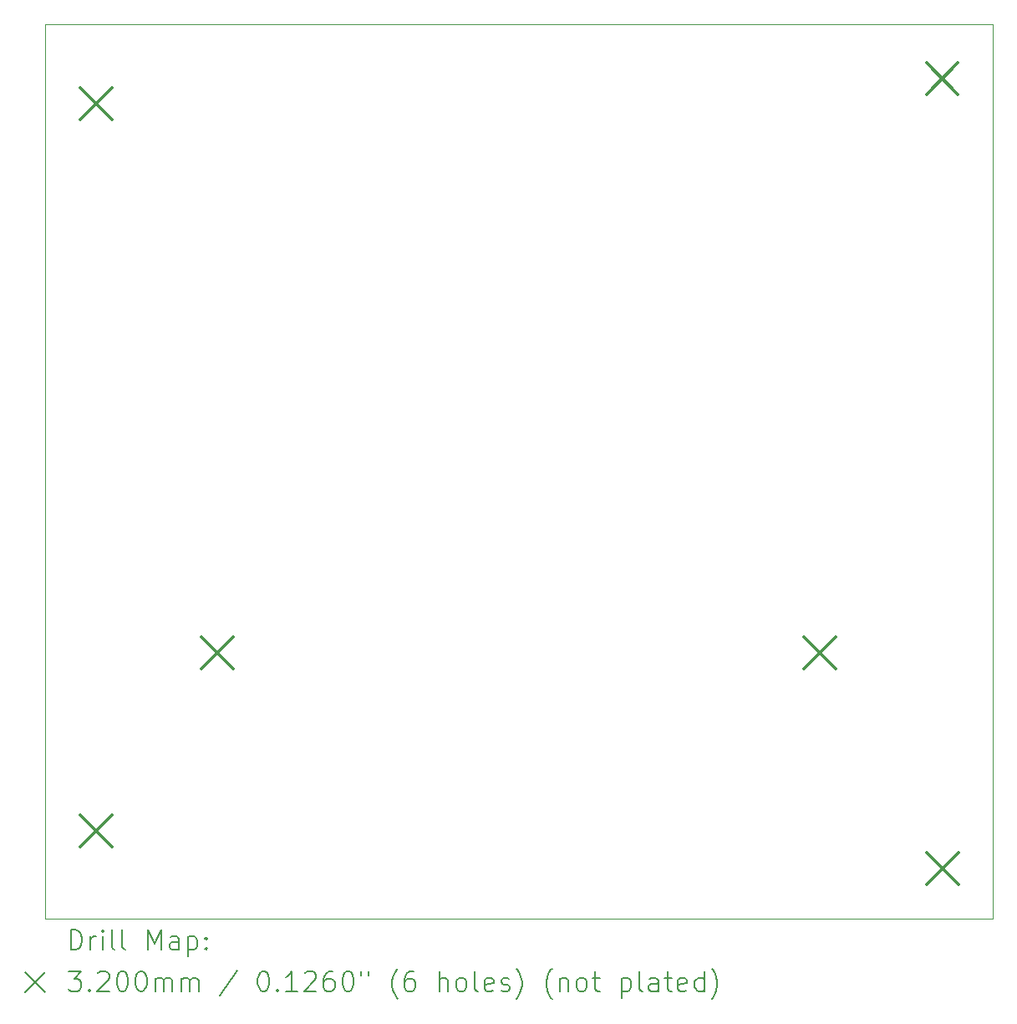
<source format=gbr>
%TF.GenerationSoftware,KiCad,Pcbnew,8.0.3*%
%TF.CreationDate,2024-06-12T06:35:09+01:00*%
%TF.ProjectId,power_sources,706f7765-725f-4736-9f75-726365732e6b,rev?*%
%TF.SameCoordinates,Original*%
%TF.FileFunction,Drillmap*%
%TF.FilePolarity,Positive*%
%FSLAX45Y45*%
G04 Gerber Fmt 4.5, Leading zero omitted, Abs format (unit mm)*
G04 Created by KiCad (PCBNEW 8.0.3) date 2024-06-12 06:35:09*
%MOMM*%
%LPD*%
G01*
G04 APERTURE LIST*
%ADD10C,0.050000*%
%ADD11C,0.200000*%
%ADD12C,0.320000*%
G04 APERTURE END LIST*
D10*
X9003000Y-3988000D02*
X18601000Y-3988000D01*
X18601000Y-13043000D01*
X9003000Y-13043000D01*
X9003000Y-3988000D01*
D11*
D12*
X9357000Y-4626000D02*
X9677000Y-4946000D01*
X9677000Y-4626000D02*
X9357000Y-4946000D01*
X9361000Y-11994000D02*
X9681000Y-12314000D01*
X9681000Y-11994000D02*
X9361000Y-12314000D01*
X10588000Y-10189000D02*
X10908000Y-10509000D01*
X10908000Y-10189000D02*
X10588000Y-10509000D01*
X16688000Y-10190000D02*
X17008000Y-10510000D01*
X17008000Y-10190000D02*
X16688000Y-10510000D01*
X17931000Y-4373000D02*
X18251000Y-4693000D01*
X18251000Y-4373000D02*
X17931000Y-4693000D01*
X17935000Y-12374000D02*
X18255000Y-12694000D01*
X18255000Y-12374000D02*
X17935000Y-12694000D01*
D11*
X9261277Y-13356984D02*
X9261277Y-13156984D01*
X9261277Y-13156984D02*
X9308896Y-13156984D01*
X9308896Y-13156984D02*
X9337467Y-13166508D01*
X9337467Y-13166508D02*
X9356515Y-13185555D01*
X9356515Y-13185555D02*
X9366039Y-13204603D01*
X9366039Y-13204603D02*
X9375563Y-13242698D01*
X9375563Y-13242698D02*
X9375563Y-13271269D01*
X9375563Y-13271269D02*
X9366039Y-13309365D01*
X9366039Y-13309365D02*
X9356515Y-13328412D01*
X9356515Y-13328412D02*
X9337467Y-13347460D01*
X9337467Y-13347460D02*
X9308896Y-13356984D01*
X9308896Y-13356984D02*
X9261277Y-13356984D01*
X9461277Y-13356984D02*
X9461277Y-13223650D01*
X9461277Y-13261746D02*
X9470801Y-13242698D01*
X9470801Y-13242698D02*
X9480324Y-13233174D01*
X9480324Y-13233174D02*
X9499372Y-13223650D01*
X9499372Y-13223650D02*
X9518420Y-13223650D01*
X9585086Y-13356984D02*
X9585086Y-13223650D01*
X9585086Y-13156984D02*
X9575563Y-13166508D01*
X9575563Y-13166508D02*
X9585086Y-13176031D01*
X9585086Y-13176031D02*
X9594610Y-13166508D01*
X9594610Y-13166508D02*
X9585086Y-13156984D01*
X9585086Y-13156984D02*
X9585086Y-13176031D01*
X9708896Y-13356984D02*
X9689848Y-13347460D01*
X9689848Y-13347460D02*
X9680324Y-13328412D01*
X9680324Y-13328412D02*
X9680324Y-13156984D01*
X9813658Y-13356984D02*
X9794610Y-13347460D01*
X9794610Y-13347460D02*
X9785086Y-13328412D01*
X9785086Y-13328412D02*
X9785086Y-13156984D01*
X10042229Y-13356984D02*
X10042229Y-13156984D01*
X10042229Y-13156984D02*
X10108896Y-13299841D01*
X10108896Y-13299841D02*
X10175563Y-13156984D01*
X10175563Y-13156984D02*
X10175563Y-13356984D01*
X10356515Y-13356984D02*
X10356515Y-13252222D01*
X10356515Y-13252222D02*
X10346991Y-13233174D01*
X10346991Y-13233174D02*
X10327944Y-13223650D01*
X10327944Y-13223650D02*
X10289848Y-13223650D01*
X10289848Y-13223650D02*
X10270801Y-13233174D01*
X10356515Y-13347460D02*
X10337467Y-13356984D01*
X10337467Y-13356984D02*
X10289848Y-13356984D01*
X10289848Y-13356984D02*
X10270801Y-13347460D01*
X10270801Y-13347460D02*
X10261277Y-13328412D01*
X10261277Y-13328412D02*
X10261277Y-13309365D01*
X10261277Y-13309365D02*
X10270801Y-13290317D01*
X10270801Y-13290317D02*
X10289848Y-13280793D01*
X10289848Y-13280793D02*
X10337467Y-13280793D01*
X10337467Y-13280793D02*
X10356515Y-13271269D01*
X10451753Y-13223650D02*
X10451753Y-13423650D01*
X10451753Y-13233174D02*
X10470801Y-13223650D01*
X10470801Y-13223650D02*
X10508896Y-13223650D01*
X10508896Y-13223650D02*
X10527944Y-13233174D01*
X10527944Y-13233174D02*
X10537467Y-13242698D01*
X10537467Y-13242698D02*
X10546991Y-13261746D01*
X10546991Y-13261746D02*
X10546991Y-13318888D01*
X10546991Y-13318888D02*
X10537467Y-13337936D01*
X10537467Y-13337936D02*
X10527944Y-13347460D01*
X10527944Y-13347460D02*
X10508896Y-13356984D01*
X10508896Y-13356984D02*
X10470801Y-13356984D01*
X10470801Y-13356984D02*
X10451753Y-13347460D01*
X10632705Y-13337936D02*
X10642229Y-13347460D01*
X10642229Y-13347460D02*
X10632705Y-13356984D01*
X10632705Y-13356984D02*
X10623182Y-13347460D01*
X10623182Y-13347460D02*
X10632705Y-13337936D01*
X10632705Y-13337936D02*
X10632705Y-13356984D01*
X10632705Y-13233174D02*
X10642229Y-13242698D01*
X10642229Y-13242698D02*
X10632705Y-13252222D01*
X10632705Y-13252222D02*
X10623182Y-13242698D01*
X10623182Y-13242698D02*
X10632705Y-13233174D01*
X10632705Y-13233174D02*
X10632705Y-13252222D01*
X8800500Y-13585500D02*
X9000500Y-13785500D01*
X9000500Y-13585500D02*
X8800500Y-13785500D01*
X9242229Y-13576984D02*
X9366039Y-13576984D01*
X9366039Y-13576984D02*
X9299372Y-13653174D01*
X9299372Y-13653174D02*
X9327944Y-13653174D01*
X9327944Y-13653174D02*
X9346991Y-13662698D01*
X9346991Y-13662698D02*
X9356515Y-13672222D01*
X9356515Y-13672222D02*
X9366039Y-13691269D01*
X9366039Y-13691269D02*
X9366039Y-13738888D01*
X9366039Y-13738888D02*
X9356515Y-13757936D01*
X9356515Y-13757936D02*
X9346991Y-13767460D01*
X9346991Y-13767460D02*
X9327944Y-13776984D01*
X9327944Y-13776984D02*
X9270801Y-13776984D01*
X9270801Y-13776984D02*
X9251753Y-13767460D01*
X9251753Y-13767460D02*
X9242229Y-13757936D01*
X9451753Y-13757936D02*
X9461277Y-13767460D01*
X9461277Y-13767460D02*
X9451753Y-13776984D01*
X9451753Y-13776984D02*
X9442229Y-13767460D01*
X9442229Y-13767460D02*
X9451753Y-13757936D01*
X9451753Y-13757936D02*
X9451753Y-13776984D01*
X9537467Y-13596031D02*
X9546991Y-13586508D01*
X9546991Y-13586508D02*
X9566039Y-13576984D01*
X9566039Y-13576984D02*
X9613658Y-13576984D01*
X9613658Y-13576984D02*
X9632705Y-13586508D01*
X9632705Y-13586508D02*
X9642229Y-13596031D01*
X9642229Y-13596031D02*
X9651753Y-13615079D01*
X9651753Y-13615079D02*
X9651753Y-13634127D01*
X9651753Y-13634127D02*
X9642229Y-13662698D01*
X9642229Y-13662698D02*
X9527944Y-13776984D01*
X9527944Y-13776984D02*
X9651753Y-13776984D01*
X9775563Y-13576984D02*
X9794610Y-13576984D01*
X9794610Y-13576984D02*
X9813658Y-13586508D01*
X9813658Y-13586508D02*
X9823182Y-13596031D01*
X9823182Y-13596031D02*
X9832705Y-13615079D01*
X9832705Y-13615079D02*
X9842229Y-13653174D01*
X9842229Y-13653174D02*
X9842229Y-13700793D01*
X9842229Y-13700793D02*
X9832705Y-13738888D01*
X9832705Y-13738888D02*
X9823182Y-13757936D01*
X9823182Y-13757936D02*
X9813658Y-13767460D01*
X9813658Y-13767460D02*
X9794610Y-13776984D01*
X9794610Y-13776984D02*
X9775563Y-13776984D01*
X9775563Y-13776984D02*
X9756515Y-13767460D01*
X9756515Y-13767460D02*
X9746991Y-13757936D01*
X9746991Y-13757936D02*
X9737467Y-13738888D01*
X9737467Y-13738888D02*
X9727944Y-13700793D01*
X9727944Y-13700793D02*
X9727944Y-13653174D01*
X9727944Y-13653174D02*
X9737467Y-13615079D01*
X9737467Y-13615079D02*
X9746991Y-13596031D01*
X9746991Y-13596031D02*
X9756515Y-13586508D01*
X9756515Y-13586508D02*
X9775563Y-13576984D01*
X9966039Y-13576984D02*
X9985086Y-13576984D01*
X9985086Y-13576984D02*
X10004134Y-13586508D01*
X10004134Y-13586508D02*
X10013658Y-13596031D01*
X10013658Y-13596031D02*
X10023182Y-13615079D01*
X10023182Y-13615079D02*
X10032705Y-13653174D01*
X10032705Y-13653174D02*
X10032705Y-13700793D01*
X10032705Y-13700793D02*
X10023182Y-13738888D01*
X10023182Y-13738888D02*
X10013658Y-13757936D01*
X10013658Y-13757936D02*
X10004134Y-13767460D01*
X10004134Y-13767460D02*
X9985086Y-13776984D01*
X9985086Y-13776984D02*
X9966039Y-13776984D01*
X9966039Y-13776984D02*
X9946991Y-13767460D01*
X9946991Y-13767460D02*
X9937467Y-13757936D01*
X9937467Y-13757936D02*
X9927944Y-13738888D01*
X9927944Y-13738888D02*
X9918420Y-13700793D01*
X9918420Y-13700793D02*
X9918420Y-13653174D01*
X9918420Y-13653174D02*
X9927944Y-13615079D01*
X9927944Y-13615079D02*
X9937467Y-13596031D01*
X9937467Y-13596031D02*
X9946991Y-13586508D01*
X9946991Y-13586508D02*
X9966039Y-13576984D01*
X10118420Y-13776984D02*
X10118420Y-13643650D01*
X10118420Y-13662698D02*
X10127944Y-13653174D01*
X10127944Y-13653174D02*
X10146991Y-13643650D01*
X10146991Y-13643650D02*
X10175563Y-13643650D01*
X10175563Y-13643650D02*
X10194610Y-13653174D01*
X10194610Y-13653174D02*
X10204134Y-13672222D01*
X10204134Y-13672222D02*
X10204134Y-13776984D01*
X10204134Y-13672222D02*
X10213658Y-13653174D01*
X10213658Y-13653174D02*
X10232705Y-13643650D01*
X10232705Y-13643650D02*
X10261277Y-13643650D01*
X10261277Y-13643650D02*
X10280325Y-13653174D01*
X10280325Y-13653174D02*
X10289848Y-13672222D01*
X10289848Y-13672222D02*
X10289848Y-13776984D01*
X10385086Y-13776984D02*
X10385086Y-13643650D01*
X10385086Y-13662698D02*
X10394610Y-13653174D01*
X10394610Y-13653174D02*
X10413658Y-13643650D01*
X10413658Y-13643650D02*
X10442229Y-13643650D01*
X10442229Y-13643650D02*
X10461277Y-13653174D01*
X10461277Y-13653174D02*
X10470801Y-13672222D01*
X10470801Y-13672222D02*
X10470801Y-13776984D01*
X10470801Y-13672222D02*
X10480325Y-13653174D01*
X10480325Y-13653174D02*
X10499372Y-13643650D01*
X10499372Y-13643650D02*
X10527944Y-13643650D01*
X10527944Y-13643650D02*
X10546991Y-13653174D01*
X10546991Y-13653174D02*
X10556515Y-13672222D01*
X10556515Y-13672222D02*
X10556515Y-13776984D01*
X10946991Y-13567460D02*
X10775563Y-13824603D01*
X11204134Y-13576984D02*
X11223182Y-13576984D01*
X11223182Y-13576984D02*
X11242229Y-13586508D01*
X11242229Y-13586508D02*
X11251753Y-13596031D01*
X11251753Y-13596031D02*
X11261277Y-13615079D01*
X11261277Y-13615079D02*
X11270801Y-13653174D01*
X11270801Y-13653174D02*
X11270801Y-13700793D01*
X11270801Y-13700793D02*
X11261277Y-13738888D01*
X11261277Y-13738888D02*
X11251753Y-13757936D01*
X11251753Y-13757936D02*
X11242229Y-13767460D01*
X11242229Y-13767460D02*
X11223182Y-13776984D01*
X11223182Y-13776984D02*
X11204134Y-13776984D01*
X11204134Y-13776984D02*
X11185086Y-13767460D01*
X11185086Y-13767460D02*
X11175563Y-13757936D01*
X11175563Y-13757936D02*
X11166039Y-13738888D01*
X11166039Y-13738888D02*
X11156515Y-13700793D01*
X11156515Y-13700793D02*
X11156515Y-13653174D01*
X11156515Y-13653174D02*
X11166039Y-13615079D01*
X11166039Y-13615079D02*
X11175563Y-13596031D01*
X11175563Y-13596031D02*
X11185086Y-13586508D01*
X11185086Y-13586508D02*
X11204134Y-13576984D01*
X11356515Y-13757936D02*
X11366039Y-13767460D01*
X11366039Y-13767460D02*
X11356515Y-13776984D01*
X11356515Y-13776984D02*
X11346991Y-13767460D01*
X11346991Y-13767460D02*
X11356515Y-13757936D01*
X11356515Y-13757936D02*
X11356515Y-13776984D01*
X11556515Y-13776984D02*
X11442229Y-13776984D01*
X11499372Y-13776984D02*
X11499372Y-13576984D01*
X11499372Y-13576984D02*
X11480325Y-13605555D01*
X11480325Y-13605555D02*
X11461277Y-13624603D01*
X11461277Y-13624603D02*
X11442229Y-13634127D01*
X11632706Y-13596031D02*
X11642229Y-13586508D01*
X11642229Y-13586508D02*
X11661277Y-13576984D01*
X11661277Y-13576984D02*
X11708896Y-13576984D01*
X11708896Y-13576984D02*
X11727944Y-13586508D01*
X11727944Y-13586508D02*
X11737467Y-13596031D01*
X11737467Y-13596031D02*
X11746991Y-13615079D01*
X11746991Y-13615079D02*
X11746991Y-13634127D01*
X11746991Y-13634127D02*
X11737467Y-13662698D01*
X11737467Y-13662698D02*
X11623182Y-13776984D01*
X11623182Y-13776984D02*
X11746991Y-13776984D01*
X11918420Y-13576984D02*
X11880325Y-13576984D01*
X11880325Y-13576984D02*
X11861277Y-13586508D01*
X11861277Y-13586508D02*
X11851753Y-13596031D01*
X11851753Y-13596031D02*
X11832706Y-13624603D01*
X11832706Y-13624603D02*
X11823182Y-13662698D01*
X11823182Y-13662698D02*
X11823182Y-13738888D01*
X11823182Y-13738888D02*
X11832706Y-13757936D01*
X11832706Y-13757936D02*
X11842229Y-13767460D01*
X11842229Y-13767460D02*
X11861277Y-13776984D01*
X11861277Y-13776984D02*
X11899372Y-13776984D01*
X11899372Y-13776984D02*
X11918420Y-13767460D01*
X11918420Y-13767460D02*
X11927944Y-13757936D01*
X11927944Y-13757936D02*
X11937467Y-13738888D01*
X11937467Y-13738888D02*
X11937467Y-13691269D01*
X11937467Y-13691269D02*
X11927944Y-13672222D01*
X11927944Y-13672222D02*
X11918420Y-13662698D01*
X11918420Y-13662698D02*
X11899372Y-13653174D01*
X11899372Y-13653174D02*
X11861277Y-13653174D01*
X11861277Y-13653174D02*
X11842229Y-13662698D01*
X11842229Y-13662698D02*
X11832706Y-13672222D01*
X11832706Y-13672222D02*
X11823182Y-13691269D01*
X12061277Y-13576984D02*
X12080325Y-13576984D01*
X12080325Y-13576984D02*
X12099372Y-13586508D01*
X12099372Y-13586508D02*
X12108896Y-13596031D01*
X12108896Y-13596031D02*
X12118420Y-13615079D01*
X12118420Y-13615079D02*
X12127944Y-13653174D01*
X12127944Y-13653174D02*
X12127944Y-13700793D01*
X12127944Y-13700793D02*
X12118420Y-13738888D01*
X12118420Y-13738888D02*
X12108896Y-13757936D01*
X12108896Y-13757936D02*
X12099372Y-13767460D01*
X12099372Y-13767460D02*
X12080325Y-13776984D01*
X12080325Y-13776984D02*
X12061277Y-13776984D01*
X12061277Y-13776984D02*
X12042229Y-13767460D01*
X12042229Y-13767460D02*
X12032706Y-13757936D01*
X12032706Y-13757936D02*
X12023182Y-13738888D01*
X12023182Y-13738888D02*
X12013658Y-13700793D01*
X12013658Y-13700793D02*
X12013658Y-13653174D01*
X12013658Y-13653174D02*
X12023182Y-13615079D01*
X12023182Y-13615079D02*
X12032706Y-13596031D01*
X12032706Y-13596031D02*
X12042229Y-13586508D01*
X12042229Y-13586508D02*
X12061277Y-13576984D01*
X12204134Y-13576984D02*
X12204134Y-13615079D01*
X12280325Y-13576984D02*
X12280325Y-13615079D01*
X12575563Y-13853174D02*
X12566039Y-13843650D01*
X12566039Y-13843650D02*
X12546991Y-13815079D01*
X12546991Y-13815079D02*
X12537468Y-13796031D01*
X12537468Y-13796031D02*
X12527944Y-13767460D01*
X12527944Y-13767460D02*
X12518420Y-13719841D01*
X12518420Y-13719841D02*
X12518420Y-13681746D01*
X12518420Y-13681746D02*
X12527944Y-13634127D01*
X12527944Y-13634127D02*
X12537468Y-13605555D01*
X12537468Y-13605555D02*
X12546991Y-13586508D01*
X12546991Y-13586508D02*
X12566039Y-13557936D01*
X12566039Y-13557936D02*
X12575563Y-13548412D01*
X12737468Y-13576984D02*
X12699372Y-13576984D01*
X12699372Y-13576984D02*
X12680325Y-13586508D01*
X12680325Y-13586508D02*
X12670801Y-13596031D01*
X12670801Y-13596031D02*
X12651753Y-13624603D01*
X12651753Y-13624603D02*
X12642229Y-13662698D01*
X12642229Y-13662698D02*
X12642229Y-13738888D01*
X12642229Y-13738888D02*
X12651753Y-13757936D01*
X12651753Y-13757936D02*
X12661277Y-13767460D01*
X12661277Y-13767460D02*
X12680325Y-13776984D01*
X12680325Y-13776984D02*
X12718420Y-13776984D01*
X12718420Y-13776984D02*
X12737468Y-13767460D01*
X12737468Y-13767460D02*
X12746991Y-13757936D01*
X12746991Y-13757936D02*
X12756515Y-13738888D01*
X12756515Y-13738888D02*
X12756515Y-13691269D01*
X12756515Y-13691269D02*
X12746991Y-13672222D01*
X12746991Y-13672222D02*
X12737468Y-13662698D01*
X12737468Y-13662698D02*
X12718420Y-13653174D01*
X12718420Y-13653174D02*
X12680325Y-13653174D01*
X12680325Y-13653174D02*
X12661277Y-13662698D01*
X12661277Y-13662698D02*
X12651753Y-13672222D01*
X12651753Y-13672222D02*
X12642229Y-13691269D01*
X12994610Y-13776984D02*
X12994610Y-13576984D01*
X13080325Y-13776984D02*
X13080325Y-13672222D01*
X13080325Y-13672222D02*
X13070801Y-13653174D01*
X13070801Y-13653174D02*
X13051753Y-13643650D01*
X13051753Y-13643650D02*
X13023182Y-13643650D01*
X13023182Y-13643650D02*
X13004134Y-13653174D01*
X13004134Y-13653174D02*
X12994610Y-13662698D01*
X13204134Y-13776984D02*
X13185087Y-13767460D01*
X13185087Y-13767460D02*
X13175563Y-13757936D01*
X13175563Y-13757936D02*
X13166039Y-13738888D01*
X13166039Y-13738888D02*
X13166039Y-13681746D01*
X13166039Y-13681746D02*
X13175563Y-13662698D01*
X13175563Y-13662698D02*
X13185087Y-13653174D01*
X13185087Y-13653174D02*
X13204134Y-13643650D01*
X13204134Y-13643650D02*
X13232706Y-13643650D01*
X13232706Y-13643650D02*
X13251753Y-13653174D01*
X13251753Y-13653174D02*
X13261277Y-13662698D01*
X13261277Y-13662698D02*
X13270801Y-13681746D01*
X13270801Y-13681746D02*
X13270801Y-13738888D01*
X13270801Y-13738888D02*
X13261277Y-13757936D01*
X13261277Y-13757936D02*
X13251753Y-13767460D01*
X13251753Y-13767460D02*
X13232706Y-13776984D01*
X13232706Y-13776984D02*
X13204134Y-13776984D01*
X13385087Y-13776984D02*
X13366039Y-13767460D01*
X13366039Y-13767460D02*
X13356515Y-13748412D01*
X13356515Y-13748412D02*
X13356515Y-13576984D01*
X13537468Y-13767460D02*
X13518420Y-13776984D01*
X13518420Y-13776984D02*
X13480325Y-13776984D01*
X13480325Y-13776984D02*
X13461277Y-13767460D01*
X13461277Y-13767460D02*
X13451753Y-13748412D01*
X13451753Y-13748412D02*
X13451753Y-13672222D01*
X13451753Y-13672222D02*
X13461277Y-13653174D01*
X13461277Y-13653174D02*
X13480325Y-13643650D01*
X13480325Y-13643650D02*
X13518420Y-13643650D01*
X13518420Y-13643650D02*
X13537468Y-13653174D01*
X13537468Y-13653174D02*
X13546991Y-13672222D01*
X13546991Y-13672222D02*
X13546991Y-13691269D01*
X13546991Y-13691269D02*
X13451753Y-13710317D01*
X13623182Y-13767460D02*
X13642230Y-13776984D01*
X13642230Y-13776984D02*
X13680325Y-13776984D01*
X13680325Y-13776984D02*
X13699372Y-13767460D01*
X13699372Y-13767460D02*
X13708896Y-13748412D01*
X13708896Y-13748412D02*
X13708896Y-13738888D01*
X13708896Y-13738888D02*
X13699372Y-13719841D01*
X13699372Y-13719841D02*
X13680325Y-13710317D01*
X13680325Y-13710317D02*
X13651753Y-13710317D01*
X13651753Y-13710317D02*
X13632706Y-13700793D01*
X13632706Y-13700793D02*
X13623182Y-13681746D01*
X13623182Y-13681746D02*
X13623182Y-13672222D01*
X13623182Y-13672222D02*
X13632706Y-13653174D01*
X13632706Y-13653174D02*
X13651753Y-13643650D01*
X13651753Y-13643650D02*
X13680325Y-13643650D01*
X13680325Y-13643650D02*
X13699372Y-13653174D01*
X13775563Y-13853174D02*
X13785087Y-13843650D01*
X13785087Y-13843650D02*
X13804134Y-13815079D01*
X13804134Y-13815079D02*
X13813658Y-13796031D01*
X13813658Y-13796031D02*
X13823182Y-13767460D01*
X13823182Y-13767460D02*
X13832706Y-13719841D01*
X13832706Y-13719841D02*
X13832706Y-13681746D01*
X13832706Y-13681746D02*
X13823182Y-13634127D01*
X13823182Y-13634127D02*
X13813658Y-13605555D01*
X13813658Y-13605555D02*
X13804134Y-13586508D01*
X13804134Y-13586508D02*
X13785087Y-13557936D01*
X13785087Y-13557936D02*
X13775563Y-13548412D01*
X14137468Y-13853174D02*
X14127944Y-13843650D01*
X14127944Y-13843650D02*
X14108896Y-13815079D01*
X14108896Y-13815079D02*
X14099372Y-13796031D01*
X14099372Y-13796031D02*
X14089849Y-13767460D01*
X14089849Y-13767460D02*
X14080325Y-13719841D01*
X14080325Y-13719841D02*
X14080325Y-13681746D01*
X14080325Y-13681746D02*
X14089849Y-13634127D01*
X14089849Y-13634127D02*
X14099372Y-13605555D01*
X14099372Y-13605555D02*
X14108896Y-13586508D01*
X14108896Y-13586508D02*
X14127944Y-13557936D01*
X14127944Y-13557936D02*
X14137468Y-13548412D01*
X14213658Y-13643650D02*
X14213658Y-13776984D01*
X14213658Y-13662698D02*
X14223182Y-13653174D01*
X14223182Y-13653174D02*
X14242230Y-13643650D01*
X14242230Y-13643650D02*
X14270801Y-13643650D01*
X14270801Y-13643650D02*
X14289849Y-13653174D01*
X14289849Y-13653174D02*
X14299372Y-13672222D01*
X14299372Y-13672222D02*
X14299372Y-13776984D01*
X14423182Y-13776984D02*
X14404134Y-13767460D01*
X14404134Y-13767460D02*
X14394611Y-13757936D01*
X14394611Y-13757936D02*
X14385087Y-13738888D01*
X14385087Y-13738888D02*
X14385087Y-13681746D01*
X14385087Y-13681746D02*
X14394611Y-13662698D01*
X14394611Y-13662698D02*
X14404134Y-13653174D01*
X14404134Y-13653174D02*
X14423182Y-13643650D01*
X14423182Y-13643650D02*
X14451753Y-13643650D01*
X14451753Y-13643650D02*
X14470801Y-13653174D01*
X14470801Y-13653174D02*
X14480325Y-13662698D01*
X14480325Y-13662698D02*
X14489849Y-13681746D01*
X14489849Y-13681746D02*
X14489849Y-13738888D01*
X14489849Y-13738888D02*
X14480325Y-13757936D01*
X14480325Y-13757936D02*
X14470801Y-13767460D01*
X14470801Y-13767460D02*
X14451753Y-13776984D01*
X14451753Y-13776984D02*
X14423182Y-13776984D01*
X14546992Y-13643650D02*
X14623182Y-13643650D01*
X14575563Y-13576984D02*
X14575563Y-13748412D01*
X14575563Y-13748412D02*
X14585087Y-13767460D01*
X14585087Y-13767460D02*
X14604134Y-13776984D01*
X14604134Y-13776984D02*
X14623182Y-13776984D01*
X14842230Y-13643650D02*
X14842230Y-13843650D01*
X14842230Y-13653174D02*
X14861277Y-13643650D01*
X14861277Y-13643650D02*
X14899373Y-13643650D01*
X14899373Y-13643650D02*
X14918420Y-13653174D01*
X14918420Y-13653174D02*
X14927944Y-13662698D01*
X14927944Y-13662698D02*
X14937468Y-13681746D01*
X14937468Y-13681746D02*
X14937468Y-13738888D01*
X14937468Y-13738888D02*
X14927944Y-13757936D01*
X14927944Y-13757936D02*
X14918420Y-13767460D01*
X14918420Y-13767460D02*
X14899373Y-13776984D01*
X14899373Y-13776984D02*
X14861277Y-13776984D01*
X14861277Y-13776984D02*
X14842230Y-13767460D01*
X15051753Y-13776984D02*
X15032706Y-13767460D01*
X15032706Y-13767460D02*
X15023182Y-13748412D01*
X15023182Y-13748412D02*
X15023182Y-13576984D01*
X15213658Y-13776984D02*
X15213658Y-13672222D01*
X15213658Y-13672222D02*
X15204134Y-13653174D01*
X15204134Y-13653174D02*
X15185087Y-13643650D01*
X15185087Y-13643650D02*
X15146992Y-13643650D01*
X15146992Y-13643650D02*
X15127944Y-13653174D01*
X15213658Y-13767460D02*
X15194611Y-13776984D01*
X15194611Y-13776984D02*
X15146992Y-13776984D01*
X15146992Y-13776984D02*
X15127944Y-13767460D01*
X15127944Y-13767460D02*
X15118420Y-13748412D01*
X15118420Y-13748412D02*
X15118420Y-13729365D01*
X15118420Y-13729365D02*
X15127944Y-13710317D01*
X15127944Y-13710317D02*
X15146992Y-13700793D01*
X15146992Y-13700793D02*
X15194611Y-13700793D01*
X15194611Y-13700793D02*
X15213658Y-13691269D01*
X15280325Y-13643650D02*
X15356515Y-13643650D01*
X15308896Y-13576984D02*
X15308896Y-13748412D01*
X15308896Y-13748412D02*
X15318420Y-13767460D01*
X15318420Y-13767460D02*
X15337468Y-13776984D01*
X15337468Y-13776984D02*
X15356515Y-13776984D01*
X15499373Y-13767460D02*
X15480325Y-13776984D01*
X15480325Y-13776984D02*
X15442230Y-13776984D01*
X15442230Y-13776984D02*
X15423182Y-13767460D01*
X15423182Y-13767460D02*
X15413658Y-13748412D01*
X15413658Y-13748412D02*
X15413658Y-13672222D01*
X15413658Y-13672222D02*
X15423182Y-13653174D01*
X15423182Y-13653174D02*
X15442230Y-13643650D01*
X15442230Y-13643650D02*
X15480325Y-13643650D01*
X15480325Y-13643650D02*
X15499373Y-13653174D01*
X15499373Y-13653174D02*
X15508896Y-13672222D01*
X15508896Y-13672222D02*
X15508896Y-13691269D01*
X15508896Y-13691269D02*
X15413658Y-13710317D01*
X15680325Y-13776984D02*
X15680325Y-13576984D01*
X15680325Y-13767460D02*
X15661277Y-13776984D01*
X15661277Y-13776984D02*
X15623182Y-13776984D01*
X15623182Y-13776984D02*
X15604134Y-13767460D01*
X15604134Y-13767460D02*
X15594611Y-13757936D01*
X15594611Y-13757936D02*
X15585087Y-13738888D01*
X15585087Y-13738888D02*
X15585087Y-13681746D01*
X15585087Y-13681746D02*
X15594611Y-13662698D01*
X15594611Y-13662698D02*
X15604134Y-13653174D01*
X15604134Y-13653174D02*
X15623182Y-13643650D01*
X15623182Y-13643650D02*
X15661277Y-13643650D01*
X15661277Y-13643650D02*
X15680325Y-13653174D01*
X15756515Y-13853174D02*
X15766039Y-13843650D01*
X15766039Y-13843650D02*
X15785087Y-13815079D01*
X15785087Y-13815079D02*
X15794611Y-13796031D01*
X15794611Y-13796031D02*
X15804134Y-13767460D01*
X15804134Y-13767460D02*
X15813658Y-13719841D01*
X15813658Y-13719841D02*
X15813658Y-13681746D01*
X15813658Y-13681746D02*
X15804134Y-13634127D01*
X15804134Y-13634127D02*
X15794611Y-13605555D01*
X15794611Y-13605555D02*
X15785087Y-13586508D01*
X15785087Y-13586508D02*
X15766039Y-13557936D01*
X15766039Y-13557936D02*
X15756515Y-13548412D01*
M02*

</source>
